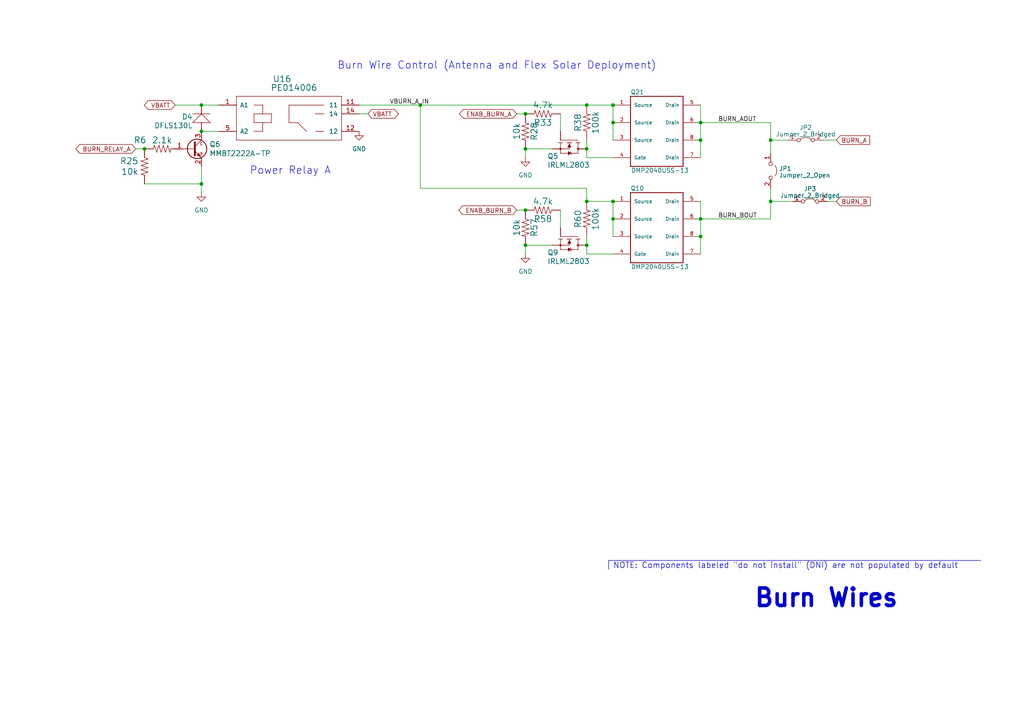
<source format=kicad_sch>
(kicad_sch (version 20230121) (generator eeschema)
  (paper "A4")
  (title_block (title "PyCubed Mainboard") (date "2024-05-14") (rev "v06b") (company "Stanford Student Space Initiative") (comment 1 "Ethan Brinser"))
  (lib_symbols
    (symbol "Jumper:Jumper_2_Bridged" (pin_names (offset 0) hide)
      (property "Reference" "JP" (at 0 1.905 0))
      (property "Value" "Jumper_2_Bridged" (at 0 -2.54 0))
      (symbol "Jumper_2_Bridged_0_0"
        (circle (center -2.032 0) (radius 0.508))
        (circle (center 2.032 0) (radius 0.508))
      )
      (symbol "Jumper_2_Bridged_0_1"
        (arc (start 1.524 0.254) (mid 0 0.762) (end -1.524 0.254))
      )
      (symbol "Jumper_2_Bridged_1_1"
        (pin passive line (at -5.08 0 0) (length 2.54) (name "A") (number "1"))
        (pin passive line (at 5.08 0 180) (length 2.54) (name "B") (number "2"))
      )
    )
    (symbol "Jumper:Jumper_2_Open" (pin_names (offset 0) hide)
      (property "Reference" "JP" (at 0 2.794 0))
      (property "Value" "Jumper_2_Open" (at 0 -2.286 0))
      (symbol "Jumper_2_Open_0_0"
        (circle (center -2.032 0) (radius 0.508))
        (circle (center 2.032 0) (radius 0.508))
      )
      (symbol "Jumper_2_Open_0_1"
        (arc (start 1.524 1.27) (mid 0 1.778) (end -1.524 1.27))
      )
      (symbol "Jumper_2_Open_1_1"
        (pin passive line (at -5.08 0 0) (length 2.54) (name "A") (number "1"))
        (pin passive line (at 5.08 0 180) (length 2.54) (name "B") (number "2"))
      )
    )
    (symbol "mainboard:DFLS130L" (pin_names (offset 1.016))
      (property "Reference" "D" (at 0 2.54 0))
      (property "Value" "DFLS130L" (at 0 -5.08 0))
      (symbol "DFLS130L_1_0"
        (polyline (pts (xy 0 -2.54) (xy 2.54 0)))
        (polyline (pts (xy 0 2.54) (xy 0 -2.54)))
        (polyline (pts (xy 2.54 0) (xy 0 2.54)))
        (polyline (pts (xy 2.54 2.54) (xy 2.54 -2.54)))
        (pin bidirectional line (at -2.54 0 0) (length 2.54) (name "A") (number "A"))
        (pin bidirectional line (at 5.08 0 180) (length 2.54) (name "C") (number "C"))
      )
    )
    (symbol "mainboard:IRF7404TRPBF" (pin_names (offset 1.016))
      (property "Reference" "Q" (at -7.62 10.287 0))
      (property "Value" "IRF7404TRPBF" (at -7.493 -12.065 0))
      (symbol "IRF7404TRPBF_0_0"
        (polyline (pts (xy -7.62 -10.16) (xy -7.62 10.16)) (stroke (width 0.254)))
        (polyline (pts (xy -7.62 10.16) (xy 7.62 10.16)) (stroke (width 0.254)))
        (polyline (pts (xy 7.62 -10.16) (xy -7.62 -10.16)) (stroke (width 0.254)))
        (polyline (pts (xy 7.62 10.16) (xy 7.62 -10.16)) (stroke (width 0.254)))
        (pin bidirectional line (at -12.7 7.62 0) (length 5.08) (name "Source") (number "1"))
        (pin bidirectional line (at -12.7 2.54 0) (length 5.08) (name "Source") (number "2"))
        (pin bidirectional line (at -12.7 -2.54 0) (length 5.08) (name "Source") (number "3"))
        (pin bidirectional line (at -12.7 -7.62 0) (length 5.08) (name "Gate") (number "4"))
        (pin bidirectional line (at 12.7 7.62 180) (length 5.08) (name "Drain") (number "5"))
        (pin bidirectional line (at 12.7 2.54 180) (length 5.08) (name "Drain") (number "6"))
        (pin bidirectional line (at 12.7 -7.62 180) (length 5.08) (name "Drain") (number "7"))
        (pin bidirectional line (at 12.7 -2.54 180) (length 5.08) (name "Drain") (number "8"))
      )
    )
    (symbol "mainboard:IRLML2803TRPBF" (pin_names (offset 1.016))
      (property "Reference" "Q" (at -11.43 1.27 0))
      (property "Value" "IRLML2803TRPBF" (at -11.43 3.81 0))
      (symbol "IRLML2803TRPBF_1_0"
        (polyline (pts (xy 0 2.54) (xy 0 -2.54)))
        (polyline (pts (xy 0.762 -2.54) (xy 0.762 -3.175)))
        (polyline (pts (xy 0.762 -1.905) (xy 0.762 -2.54)))
        (polyline (pts (xy 0.762 0) (xy 0.762 -0.762)))
        (polyline (pts (xy 0.762 0) (xy 2.54 0)))
        (polyline (pts (xy 0.762 0.762) (xy 0.762 0)))
        (polyline (pts (xy 0.762 2.54) (xy 0.762 1.905)))
        (polyline (pts (xy 0.762 2.54) (xy 3.81 2.54)))
        (polyline (pts (xy 0.762 3.175) (xy 0.762 2.54)))
        (polyline (pts (xy 2.54 -2.54) (xy 0.762 -2.54)))
        (polyline (pts (xy 2.54 -2.54) (xy 3.81 -2.54)))
        (polyline (pts (xy 2.54 0) (xy 2.54 -2.54)))
        (polyline (pts (xy 3.302 0.508) (xy 3.81 0.508)))
        (polyline (pts (xy 3.81 -0.508) (xy 3.81 -2.54)))
        (polyline (pts (xy 3.81 0.508) (xy 3.81 -0.508)))
        (polyline (pts (xy 3.81 0.508) (xy 4.318 0.508)))
        (polyline (pts (xy 3.81 2.54) (xy 3.81 0.508)))
        (polyline (pts (xy 1.016 0) (xy 2.032 0.508) (xy 2.032 -0.508)) (fill (type outline)))
        (polyline (pts (xy 3.81 0.508) (xy 3.302 -0.254) (xy 4.318 -0.254)) (fill (type outline)))
        (circle (center 2.54 -2.54) (radius 0.254))
        (circle (center 2.54 2.54) (radius 0.254))
        (pin passive line (at -2.54 -2.54 0) (length 2.54) (name "G") (number "1"))
        (pin passive line (at 2.54 -5.08 90) (length 2.54) (name "S") (number "2"))
        (pin passive line (at 2.54 5.08 270) (length 2.54) (name "D") (number "3"))
      )
    )
    (symbol "mainboard:MMBT2222AT" (pin_names (offset 1.016) hide)
      (property "Reference" "Q" (at -8.89 3.81 0))
      (property "Value" "MMBT2222AT" (at 2.54 -1.27 0))
      (symbol "MMBT2222AT_0_1"
        (polyline (pts (xy -5.08 0) (xy -1.905 0)))
        (polyline (pts (xy -0.127 -1.397) (xy 0.254 -1.397)))
        (polyline (pts (xy -0.127 -1.016) (xy 0.254 -1.016)))
        (polyline (pts (xy -0.127 -1.016) (xy -0.127 -1.778) (xy 0.254 -1.778)))
        (polyline (pts (xy 0.254 1.905) (xy -0.127 1.905) (xy -0.254 1.651) (xy -0.254 1.397) (xy -0.127 1.143) (xy 0.254 1.143)))
      )
      (symbol "MMBT2222AT_1_1"
        (circle (center -1.27 0) (radius 2.8194) (stroke (width 0.254)))
        (polyline (pts (xy -1.905 0.635) (xy 0 2.54)))
        (polyline (pts (xy -1.905 -0.635) (xy 0 -2.54) (xy 0 -2.54)))
        (polyline (pts (xy -1.905 1.905) (xy -1.905 -1.905) (xy -1.905 -1.905)) (stroke (width 0.508)))
        (polyline (pts (xy -1.27 -1.778) (xy -0.762 -1.27) (xy -0.254 -2.286) (xy -1.27 -1.778) (xy -1.27 -1.778)) (fill (type outline)))
        (pin input line (at -7.62 0 0) (length 2.54) (name "B") (number "1"))
        (pin passive line (at 0 -5.08 90) (length 2.54) (name "E") (number "2"))
        (pin passive line (at 0 5.08 270) (length 2.54) (name "C") (number "3"))
      )
    )
    (symbol "mainboard:PE014006" (pin_names (offset 1.016))
      (property "Reference" "U" (at -2.1844 9.1186 0))
      (property "Value" "PE014006" (at -2.8194 6.5786 0))
      (symbol "PE014006_1_0"
        (polyline (pts (xy -12.7 -7.62) (xy 17.78 -7.62)))
        (polyline (pts (xy -12.7 5.08) (xy -12.7 -7.62)))
        (polyline (pts (xy -7.62 -2.54) (xy -7.62 0)))
        (polyline (pts (xy -7.62 0) (xy -5.08 0)))
        (polyline (pts (xy -7.62 2.54) (xy -5.08 2.54)))
        (polyline (pts (xy -5.08 -5.08) (xy -7.62 -5.08)))
        (polyline (pts (xy -5.08 -2.54) (xy -7.62 -2.54)))
        (polyline (pts (xy -5.08 -2.54) (xy -5.08 -5.08)))
        (polyline (pts (xy -5.08 0) (xy -2.54 0)))
        (polyline (pts (xy -5.08 2.54) (xy -5.08 0)))
        (polyline (pts (xy -2.54 -2.54) (xy -5.08 -2.54)))
        (polyline (pts (xy -2.54 0) (xy -2.54 -2.54)))
        (polyline (pts (xy 2.54 -2.54) (xy 5.08 -2.54)))
        (polyline (pts (xy 2.54 2.54) (xy 2.54 -2.54)))
        (polyline (pts (xy 5.08 -2.54) (xy 7.62 -5.08)))
        (polyline (pts (xy 12.7 -5.08) (xy 10.16 -5.08)))
        (polyline (pts (xy 12.7 0) (xy 10.16 0)))
        (polyline (pts (xy 12.7 2.54) (xy 2.54 2.54)))
        (polyline (pts (xy 17.78 -7.62) (xy 17.78 5.08)))
        (polyline (pts (xy 17.78 5.08) (xy -12.7 5.08)))
        (pin passive line (at -17.78 2.54 0) (length 5.08) (name "A1") (number "1"))
        (pin passive line (at 22.86 2.54 180) (length 5.08) (name "11") (number "11"))
        (pin passive line (at 22.86 -5.08 180) (length 5.08) (name "12") (number "12"))
        (pin passive line (at 22.86 0 180) (length 5.08) (name "14") (number "14"))
        (pin passive line (at -17.78 -5.08 0) (length 5.08) (name "A2") (number "5"))
      )
    )
    (symbol "mainboard:RESISTOR0603" (pin_names (offset 1.016))
      (property "Reference" "R" (at 0 1.524 0))
      (property "Value" "RESISTOR0603" (at 0 -1.524 0))
      (symbol "RESISTOR0603_1_0"
        (polyline (pts (xy -2.54 0) (xy -2.159 1.016)))
        (polyline (pts (xy -2.159 1.016) (xy -1.524 -1.016)))
        (polyline (pts (xy -1.524 -1.016) (xy -0.889 1.016)))
        (polyline (pts (xy -0.889 1.016) (xy -0.254 -1.016)))
        (polyline (pts (xy -0.254 -1.016) (xy 0.381 1.016)))
        (polyline (pts (xy 0.381 1.016) (xy 1.016 -1.016)))
        (polyline (pts (xy 1.016 -1.016) (xy 1.651 1.016)))
        (polyline (pts (xy 1.651 1.016) (xy 2.286 -1.016)))
        (polyline (pts (xy 2.286 -1.016) (xy 2.54 0)))
        (pin passive line (at -5.08 0 0) (length 2.54) (name "1") (number "1"))
        (pin passive line (at 5.08 0 180) (length 2.54) (name "2") (number "2"))
      )
    )
    (symbol "power:GND" (power) (pin_names (offset 0))
      (property "Value" "GND" (at 0 -3.81 0))
      (symbol "GND_0_1"
        (polyline (pts (xy 0 0) (xy 0 -1.27) (xy 1.27 -1.27) (xy 0 -2.54) (xy -1.27 -1.27) (xy 0 -1.27)))
      )
      (symbol "GND_1_1"
        (pin power_in line (at 0 0 270) (length 0) hide (name "GND") (number "1"))
      )
    )
  )
  (junction (at 170.18 43.18))
  (junction (at 177.8 35.56))
  (junction (at 152.4 71.12))
  (junction (at 203.2 63.5))
  (junction (at 177.8 58.42))
  (junction (at 152.4 43.18))
  (junction (at 58.42 30.48))
  (junction (at 170.18 71.12))
  (junction (at 177.8 30.48))
  (junction (at 223.52 40.64))
  (junction (at 58.42 53.34))
  (junction (at 203.2 68.58))
  (junction (at 177.8 63.5))
  (junction (at 41.91 43.18))
  (junction (at 121.92 30.48))
  (junction (at 152.4 33.02))
  (junction (at 152.4 60.96))
  (junction (at 203.2 40.64))
  (junction (at 170.18 30.48))
  (junction (at 203.2 35.56))
  (junction (at 223.52 58.42))
  (junction (at 58.42 38.1))
  (junction (at 170.18 58.42))
  (wire (pts (xy 162.56 66.04) (xy 162.56 60.96)))
  (wire (pts (xy 170.18 40.64) (xy 170.18 43.18)))
  (wire (pts (xy 170.18 58.42) (xy 170.18 54.61)))
  (wire (pts (xy 223.52 58.42) (xy 229.87 58.42)))
  (wire (pts (xy 223.52 40.64) (xy 223.52 44.45)))
  (wire (pts (xy 177.8 30.48) (xy 170.18 30.48)))
  (wire (pts (xy 58.42 53.34) (xy 58.42 48.26)))
  (wire (pts (xy 170.18 73.66) (xy 170.18 71.12)))
  (wire (pts (xy 160.02 71.12) (xy 152.4 71.12)))
  (wire (pts (xy 177.8 68.58) (xy 177.8 63.5)))
  (wire (pts (xy 203.2 40.64) (xy 203.2 35.56)))
  (wire (pts (xy 58.42 38.1) (xy 63.5 38.1)))
  (polyline (pts (xy 176.53 162.56) (xy 284.48 162.56)))
  (wire (pts (xy 177.8 58.42) (xy 170.18 58.42)))
  (wire (pts (xy 162.56 38.1) (xy 162.56 33.02)))
  (wire (pts (xy 223.52 58.42) (xy 223.52 63.5)))
  (wire (pts (xy 203.2 63.5) (xy 203.2 58.42)))
  (wire (pts (xy 223.52 54.61) (xy 223.52 58.42)))
  (polyline (pts (xy 176.53 165.1) (xy 176.53 162.56)))
  (wire (pts (xy 152.4 71.12) (xy 152.4 73.66)))
  (wire (pts (xy 58.42 55.88) (xy 58.42 53.34)))
  (wire (pts (xy 238.76 40.64) (xy 242.57 40.64)))
  (wire (pts (xy 177.8 45.72) (xy 170.18 45.72)))
  (wire (pts (xy 223.52 35.56) (xy 223.52 40.64)))
  (wire (pts (xy 52.07 43.18) (xy 50.8 43.18)))
  (wire (pts (xy 63.5 30.48) (xy 58.42 30.48)))
  (wire (pts (xy 223.52 40.64) (xy 228.6 40.64)))
  (wire (pts (xy 160.02 43.18) (xy 152.4 43.18)))
  (wire (pts (xy 152.4 60.96) (xy 149.86 60.96)))
  (wire (pts (xy 203.2 35.56) (xy 223.52 35.56)))
  (wire (pts (xy 170.18 68.58) (xy 170.18 71.12)))
  (wire (pts (xy 203.2 68.58) (xy 203.2 63.5)))
  (wire (pts (xy 203.2 45.72) (xy 203.2 40.64)))
  (wire (pts (xy 104.14 33.02) (xy 106.68 33.02)))
  (wire (pts (xy 152.4 33.02) (xy 149.86 33.02)))
  (wire (pts (xy 203.2 63.5) (xy 223.52 63.5)))
  (wire (pts (xy 242.57 58.42) (xy 240.03 58.42)))
  (wire (pts (xy 177.8 35.56) (xy 177.8 30.48)))
  (wire (pts (xy 170.18 54.61) (xy 121.92 54.61)))
  (wire (pts (xy 177.8 63.5) (xy 177.8 58.42)))
  (wire (pts (xy 177.8 40.64) (xy 177.8 35.56)))
  (wire (pts (xy 58.42 30.48) (xy 50.8 30.48)))
  (wire (pts (xy 39.37 43.18) (xy 41.91 43.18)))
  (wire (pts (xy 41.91 53.34) (xy 58.42 53.34)))
  (wire (pts (xy 152.4 43.18) (xy 152.4 45.72)))
  (wire (pts (xy 177.8 73.66) (xy 170.18 73.66)))
  (wire (pts (xy 104.14 30.48) (xy 121.92 30.48)))
  (wire (pts (xy 203.2 73.66) (xy 203.2 68.58)))
  (wire (pts (xy 170.18 45.72) (xy 170.18 43.18)))
  (wire (pts (xy 203.2 35.56) (xy 203.2 30.48)))
  (wire (pts (xy 121.92 54.61) (xy 121.92 30.48)))
  (wire (pts (xy 121.92 30.48) (xy 170.18 30.48)))
  (text "Burn Wires" (at 218.44 176.53 0) (effects (font (size 5.08 5.08) (thickness 1.016) bold) (justify left bottom)))
  (text "NOTE: Components labeled \"do not install\" (DNI) are not populated by default" (at 177.8 165.1 0) (effects (font (size 1.651 1.651)) (justify left bottom)))
  (text "Burn Wire Control (Antenna and Flex Solar Deployment)" (at 97.79 20.32 0) (effects (font (size 2.159 2.159)) (justify left bottom)))
  (text "Power Relay A" (at 72.39 50.8 0) (effects (font (size 2.159 2.159)) (justify left bottom)))
  (label "BURN_AOUT" (at 208.28 35.56 0))
  (label "BURN_BOUT" (at 208.28 63.5 0))
  (label "VBURN_A_IN" (at 124.46 30.48 180))
  (global_label "VBATT" (shape bidirectional) (at 50.8 30.48 180) (property "Intersheetrefs" "${INTERSHEET_REFS}" (effects hide)))
  (global_label "BURN_B" (shape input) (at 242.57 58.42 0) (property "Intersheetrefs" "${INTERSHEET_REFS}" (effects hide)))
  (global_label "VBATT" (shape bidirectional) (at 106.68 33.02 0) (property "Intersheetrefs" "${INTERSHEET_REFS}" (effects hide)))
  (global_label "BURN_A" (shape input) (at 242.57 40.64 0) (property "Intersheetrefs" "${INTERSHEET_REFS}" (effects hide)))
  (global_label "ENAB_BURN_B" (shape bidirectional) (at 149.86 60.96 180) (property "Intersheetrefs" "${INTERSHEET_REFS}" (effects hide)))
  (global_label "BURN_RELAY_A" (shape bidirectional) (at 39.37 43.18 180) (property "Intersheetrefs" "${INTERSHEET_REFS}" (effects hide)))
  (global_label "ENAB_BURN_A" (shape bidirectional) (at 149.86 33.02 180) (property "Intersheetrefs" "${INTERSHEET_REFS}" (effects hide)))
  (symbol (lib_id "mainboard:RESISTOR0603") (at 157.48 33.02 180) (unit 1)
    (property "Reference" "R33" (at 157.48 34.544 0) (effects (font (size 1.778 1.778)) (justify bottom)))
    (property "Value" "4.7k" (at 157.48 31.496 0) (effects (font (size 1.778 1.778)) (justify top)))
    (property "Footprint" "Resistor_SMD:R_0603_1608Metric" (effects hide))
    (property "Description" "4.7k 0603" (effects hide))
  )
  (symbol (lib_id "mainboard:DFLS130L") (at 58.42 35.56 90) (unit 1)
    (property "Reference" "D4" (at 55.88 33.02 90) (effects (font (size 1.4986 1.4986)) (justify left bottom)))
    (property "Value" "DFLS130L" (at 55.88 35.56 90) (effects (font (size 1.4986 1.4986)) (justify left bottom)))
    (property "Footprint" "mainboard:PWRDI-123" (effects hide))
    (property "Datasheet" "https://www.diodes.com/assets/Datasheets/ds30492.pdf" (effects hide))
    (property "Description" "Schottky Diode - 30V 1A" (effects hide))
    (property "Flight" "DFLS130L-7" (effects hide))
    (property "Manufacturer_Name" "Diodes Incorporated" (effects hide))
    (property "Manufacturer_Part_Number" "DFLS130L-7" (effects hide))
    (property "Proto" "DFLS130L" (effects hide))
  )
  (symbol (lib_id "mainboard:RESISTOR0603") (at 41.91 48.26 270) (unit 1)
    (property "Reference" "R25" (at 40.2082 46.7106 90) (effects (font (size 1.778 1.778)) (justify right)))
    (property "Value" "10k" (at 40.2082 49.784 90) (effects (font (size 1.778 1.778)) (justify right)))
    (property "Footprint" "Resistor_SMD:R_0603_1608Metric" (effects hide))
    (property "Description" "10k 0603" (effects hide))
  )
  (symbol (lib_id "mainboard:RESISTOR0603") (at 152.4 38.1 270) (unit 1)
    (property "Reference" "R28" (at 153.924 38.1 0) (effects (font (size 1.778 1.778)) (justify bottom)))
    (property "Value" "10k" (at 150.876 38.1 0) (effects (font (size 1.778 1.778)) (justify top)))
    (property "Footprint" "Resistor_SMD:R_0603_1608Metric" (effects hide))
    (property "Description" "10k 0603" (effects hide))
  )
  (symbol (lib_id "mainboard:IRF7404TRPBF") (at 190.5 38.1 0) (unit 1)
    (property "Reference" "Q21" (at 182.88 27.432 0) (effects (justify left bottom)))
    (property "Value" "DMP2040USS-13" (at 183.007 50.165 0) (effects (justify left bottom)))
    (property "Footprint" "mainboard:IRF7404TRPBF" (effects hide))
    (property "Datasheet" "https://www.diodes.com/assets/Datasheets/DMP2040USS.pdf" (effects hide))
    (property "Description" "P-Channel MOSFET" (effects hide))
    (property "Flight" "DMP2040USS-13" (effects hide))
    (property "Manufacturer_Name" "ON Semiconductor" (effects hide))
    (property "Manufacturer_Part_Number" "DMP2040USS-13" (effects hide))
    (property "Proto" "DMP2040USS-13" (effects hide))
    (property "Field7" "DMP2040USS-13" (effects hide))
  )
  (symbol (lib_id "mainboard:MMBT2222AT") (at 58.42 43.18 0) (unit 1)
    (property "Reference" "Q6" (at 60.7314 41.8338 0) (effects (font (size 1.4986 1.4986)) (justify left)))
    (property "Value" "MMBT2222A-TP" (at 60.7314 44.5008 0) (effects (font (size 1.4986 1.4986)) (justify left)))
    (property "Footprint" "mainboard:SOT-23" (effects hide))
    (property "Datasheet" "https://www.mccsemi.com/pdf/Products/MMBT2222A(SOT-23).pdf" (effects hide))
    (property "Description" "Single NPN BJT" (effects hide))
    (property "Flight" "MMBT2222A-TP" (effects hide))
    (property "Manufacturer_Name" "ON Semiconductor" (effects hide))
    (property "Manufacturer_Part_Number" "MMBT2222A-TP" (effects hide))
    (property "Proto" "MMBT2222A-TP" (effects hide))
  )
  (symbol (lib_id "mainboard:IRLML2803TRPBF") (at 165.1 40.64 270) (unit 1)
    (property "Reference" "Q5" (at 158.75 44.45 90) (effects (font (size 1.4986 1.4986)) (justify left top)))
    (property "Value" "IRLML2803" (at 158.75 46.99 90) (effects (font (size 1.4986 1.4986)) (justify left top)))
    (property "Footprint" "mainboard:SOT-23" (effects hide))
    (property "Datasheet" "https://www.infineon.com/dgdl/irlml2803pbf.pdf?fileId=5546d462533600a4015356682aff260f" (effects hide))
    (property "Description" "Single N-Channel MOSFET" (effects hide))
    (property "Flight" "MMBT2222AT " (effects hide))
    (property "Manufacturer_Name" "ON Semiconductor" (effects hide))
    (property "Manufacturer_Part_Number" "MMBT2222AT " (effects hide))
    (property "Proto" "2302" (effects hide))
  )
  (symbol (lib_id "mainboard:RESISTOR0603") (at 170.18 35.56 90) (unit 1)
    (property "Reference" "R38" (at 168.656 35.56 0) (effects (font (size 1.778 1.778)) (justify bottom)))
    (property "Value" "100k" (at 171.704 35.56 0) (effects (font (size 1.778 1.778)) (justify top)))
    (property "Footprint" "Resistor_SMD:R_0603_1608Metric" (effects hide))
    (property "Description" "100K 0603" (effects hide))
  )
  (symbol (lib_id "mainboard:PE014006") (at 81.28 33.02 0) (unit 1)
    (property "Reference" "U16" (at 79.0956 23.9014 0) (effects (font (size 1.7526 1.7526)) (justify left bottom)))
    (property "Value" "PE014006" (at 78.4606 26.4414 0) (effects (font (size 1.7526 1.7526)) (justify left bottom)))
    (property "Footprint" "mainboard:RELAY_PE014006" (effects hide))
    (property "Datasheet" "https://www.te.com/usa-en/product-PE014006.html" (effects hide))
    (property "Description" "5A 6V SPDT General Purpose Relay" (effects hide))
    (property "Flight" "PE014006 TE" (effects hide))
    (property "Manufacturer_Name" "TE Connectivity" (effects hide))
    (property "Manufacturer_Part_Number" "PE014006 TE" (effects hide))
    (property "Proto" "TE Connectivity" (effects hide))
  )
  (symbol (lib_id "Jumper:Jumper_2_Bridged") (at 233.68 40.64 0) (unit 1) (in_bom no)
    (property "Reference" "JP2" (at 233.68 36.9951 0))
    (property "Value" "Jumper_2_Bridged" (at 233.68 38.9161 0))
    (property "Footprint" "Jumper:SolderJumper-2_P1.3mm_Bridged_Pad1.0x1.5mm" (effects hide))
  )
  (symbol (lib_id "power:GND") (at 152.4 45.72 0) (unit 1)
    (property "Reference" "#PWR03" (effects hide))
    (property "Value" "GND" (at 152.4 50.8 0))
    (instances (project "mainboard" (path "" (reference "#PWR03") (unit 1)) (path "" (reference "#PWR049") (unit 1))))
  )
  (symbol (lib_id "mainboard:RESISTOR0603") (at 157.48 60.96 180) (unit 1)
    (property "Reference" "R58" (at 157.48 62.484 0) (effects (font (size 1.778 1.778)) (justify bottom)))
    (property "Value" "4.7k" (at 157.48 59.436 0) (effects (font (size 1.778 1.778)) (justify top)))
    (property "Footprint" "Resistor_SMD:R_0603_1608Metric" (effects hide))
    (property "Description" "4.7k 0603" (effects hide))
  )
  (symbol (lib_id "power:GND") (at 58.42 55.88 0) (unit 1)
    (property "Reference" "#PWR03" (effects hide))
    (property "Value" "GND" (at 58.42 60.96 0))
    (instances (project "mainboard" (path "" (reference "#PWR03") (unit 1)) (path "" (reference "#PWR046") (unit 1))))
  )
  (symbol (lib_id "power:GND") (at 104.14 38.1 0) (unit 1)
    (property "Reference" "#PWR03" (effects hide))
    (property "Value" "GND" (at 104.14 43.18 0))
    (instances (project "mainboard" (path "" (reference "#PWR03") (unit 1)) (path "" (reference "#PWR047") (unit 1))))
  )
  (symbol (lib_id "mainboard:RESISTOR0603") (at 152.4 66.04 270) (unit 1)
    (property "Reference" "R57" (at 153.924 66.04 0) (effects (font (size 1.778 1.778)) (justify bottom)))
    (property "Value" "10k" (at 150.876 66.04 0) (effects (font (size 1.778 1.778)) (justify top)))
    (property "Footprint" "Resistor_SMD:R_0603_1608Metric" (effects hide))
    (property "Description" "10k 0603" (effects hide))
  )
  (symbol (lib_id "mainboard:RESISTOR0603") (at 170.18 63.5 90) (unit 1)
    (property "Reference" "R60" (at 168.656 63.5 0) (effects (font (size 1.778 1.778)) (justify bottom)))
    (property "Value" "100k" (at 171.704 63.5 0) (effects (font (size 1.778 1.778)) (justify top)))
    (property "Footprint" "Resistor_SMD:R_0603_1608Metric" (effects hide))
    (property "Description" "100K 0603" (effects hide))
  )
  (symbol (lib_id "mainboard:IRF7404TRPBF") (at 190.5 66.04 0) (unit 1)
    (property "Reference" "Q10" (at 182.88 55.372 0) (effects (justify left bottom)))
    (property "Value" "DMP2040USS-13" (at 183.007 78.105 0) (effects (justify left bottom)))
    (property "Footprint" "mainboard:IRF7404TRPBF" (effects hide))
    (property "Datasheet" "https://www.diodes.com/assets/Datasheets/DMP2040USS.pdf" (effects hide))
    (property "Description" "P-Channel MOSFET" (effects hide))
    (property "Flight" "DMP2040USS-13" (effects hide))
    (property "Manufacturer_Part_Number" "DMP2040USS-13" (effects hide))
    (property "Proto" "DMP2040USS-13" (effects hide))
    (property "Field7" "DMP2040USS-13" (effects hide))
  )
  (symbol (lib_id "mainboard:IRLML2803TRPBF") (at 165.1 68.58 270) (unit 1)
    (property "Reference" "Q9" (at 158.75 72.39 90) (effects (font (size 1.4986 1.4986)) (justify left top)))
    (property "Value" "IRLML2803" (at 158.75 74.93 90) (effects (font (size 1.4986 1.4986)) (justify left top)))
    (property "Footprint" "mainboard:SOT-23" (effects hide))
    (property "Datasheet" "https://www.infineon.com/dgdl/irlml2803pbf.pdf?fileId=5546d462533600a4015356682aff260f" (effects hide))
    (property "Description" "Single N-Channel MOSFET" (effects hide))
    (property "Flight" "MMBT2222AT " (effects hide))
    (property "Manufacturer_Name" "ON Semiconductor" (effects hide))
    (property "Manufacturer_Part_Number" "MMBT2222AT " (effects hide))
    (property "Proto" "2302" (effects hide))
  )
  (symbol (lib_id "power:GND") (at 152.4 73.66 0) (unit 1)
    (property "Reference" "#PWR03" (effects hide))
    (property "Value" "GND" (at 152.4 78.74 0))
    (instances (project "mainboard" (path "" (reference "#PWR03") (unit 1)) (path "" (reference "#PWR048") (unit 1))))
  )
  (symbol (lib_id "Jumper:Jumper_2_Open") (at 223.52 49.53 270) (unit 1) (in_bom no)
    (property "Reference" "JP1" (at 225.933 48.8863 90) (effects (justify left)))
    (property "Value" "Jumper_2_Open" (at 225.933 50.8073 90) (effects (justify left)))
    (property "Footprint" "Jumper:SolderJumper-2_P1.3mm_Open_Pad1.0x1.5mm" (effects hide))
  )
  (symbol (lib_id "mainboard:RESISTOR0603") (at 46.99 43.18 0) (unit 1)
    (property "Reference" "R6" (at 40.64 40.64 0) (effects (font (size 1.778 1.778))))
    (property "Value" "2.1k" (at 46.99 40.64 0) (effects (font (size 1.778 1.778))))
    (property "Footprint" "Resistor_SMD:R_0603_1608Metric_Pad0.98x0.95mm_HandSolder" (effects hide))
  )
  (symbol (lib_id "Jumper:Jumper_2_Bridged") (at 234.95 58.42 0) (unit 1) (in_bom no)
    (property "Reference" "JP3" (at 234.95 54.7751 0))
    (property "Value" "Jumper_2_Bridged" (at 234.95 56.6961 0))
    (property "Footprint" "Jumper:SolderJumper-2_P1.3mm_Bridged_Pad1.0x1.5mm" (effects hide))
  )
)
</source>
